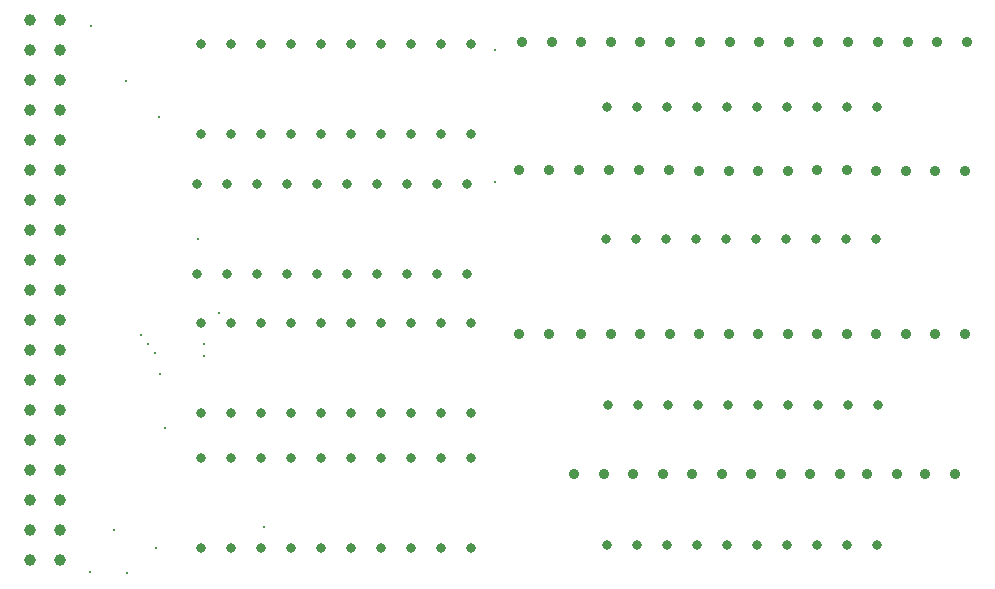
<source format=gbr>
%TF.GenerationSoftware,KiCad,Pcbnew,9.0.2*%
%TF.CreationDate,2025-06-28T21:58:12+01:00*%
%TF.ProjectId,6502ExpBoard,36353032-4578-4704-926f-6172642e6b69,rev?*%
%TF.SameCoordinates,Original*%
%TF.FileFunction,Plated,1,2,PTH,Drill*%
%TF.FilePolarity,Positive*%
%FSLAX46Y46*%
G04 Gerber Fmt 4.6, Leading zero omitted, Abs format (unit mm)*
G04 Created by KiCad (PCBNEW 9.0.2) date 2025-06-28 21:58:12*
%MOMM*%
%LPD*%
G01*
G04 APERTURE LIST*
%TA.AperFunction,ViaDrill*%
%ADD10C,0.300000*%
%TD*%
%TA.AperFunction,ComponentDrill*%
%ADD11C,0.800000*%
%TD*%
%TA.AperFunction,ComponentDrill*%
%ADD12C,0.900000*%
%TD*%
%TA.AperFunction,ComponentDrill*%
%ADD13C,1.000000*%
%TD*%
G04 APERTURE END LIST*
D10*
X80115000Y-78857000D03*
X80242000Y-32629000D03*
X82147000Y-75301000D03*
X83163000Y-37328000D03*
X83290000Y-78984000D03*
X84478000Y-58791000D03*
X85078000Y-59548847D03*
X85678000Y-60315000D03*
X85703000Y-76825000D03*
X85957000Y-40376000D03*
X86079000Y-62093000D03*
X86465000Y-66665000D03*
X89259000Y-50663000D03*
X89767000Y-59553000D03*
X89767000Y-60569000D03*
X91066552Y-56925000D03*
X94847000Y-75047000D03*
X114405000Y-34661000D03*
X114405000Y-45837000D03*
D11*
%TO.C,U2*%
X89220000Y-46000000D03*
X89220000Y-53620000D03*
%TO.C,UPackage_DIP:DIP-20_W7.62mm_Socket1*%
X89513000Y-57775000D03*
X89513000Y-65395000D03*
%TO.C,U4*%
X89513000Y-69205000D03*
X89513000Y-76825000D03*
%TO.C,U1*%
X89570000Y-34190000D03*
X89570000Y-41810000D03*
%TO.C,U2*%
X91760000Y-46000000D03*
X91760000Y-53620000D03*
%TO.C,UPackage_DIP:DIP-20_W7.62mm_Socket1*%
X92053000Y-57775000D03*
X92053000Y-65395000D03*
%TO.C,U4*%
X92053000Y-69205000D03*
X92053000Y-76825000D03*
%TO.C,U1*%
X92110000Y-34190000D03*
X92110000Y-41810000D03*
%TO.C,U2*%
X94300000Y-46000000D03*
X94300000Y-53620000D03*
%TO.C,UPackage_DIP:DIP-20_W7.62mm_Socket1*%
X94593000Y-57775000D03*
X94593000Y-65395000D03*
%TO.C,U4*%
X94593000Y-69205000D03*
X94593000Y-76825000D03*
%TO.C,U1*%
X94650000Y-34190000D03*
X94650000Y-41810000D03*
%TO.C,U2*%
X96840000Y-46000000D03*
X96840000Y-53620000D03*
%TO.C,UPackage_DIP:DIP-20_W7.62mm_Socket1*%
X97133000Y-57775000D03*
X97133000Y-65395000D03*
%TO.C,U4*%
X97133000Y-69205000D03*
X97133000Y-76825000D03*
%TO.C,U1*%
X97190000Y-34190000D03*
X97190000Y-41810000D03*
%TO.C,U2*%
X99380000Y-46000000D03*
X99380000Y-53620000D03*
%TO.C,UPackage_DIP:DIP-20_W7.62mm_Socket1*%
X99673000Y-57775000D03*
X99673000Y-65395000D03*
%TO.C,U4*%
X99673000Y-69205000D03*
X99673000Y-76825000D03*
%TO.C,U1*%
X99730000Y-34190000D03*
X99730000Y-41810000D03*
%TO.C,U2*%
X101920000Y-46000000D03*
X101920000Y-53620000D03*
%TO.C,UPackage_DIP:DIP-20_W7.62mm_Socket1*%
X102213000Y-57775000D03*
X102213000Y-65395000D03*
%TO.C,U4*%
X102213000Y-69205000D03*
X102213000Y-76825000D03*
%TO.C,U1*%
X102270000Y-34190000D03*
X102270000Y-41810000D03*
%TO.C,U2*%
X104460000Y-46000000D03*
X104460000Y-53620000D03*
%TO.C,UPackage_DIP:DIP-20_W7.62mm_Socket1*%
X104753000Y-57775000D03*
X104753000Y-65395000D03*
%TO.C,U4*%
X104753000Y-69205000D03*
X104753000Y-76825000D03*
%TO.C,U1*%
X104810000Y-34190000D03*
X104810000Y-41810000D03*
%TO.C,U2*%
X107000000Y-46000000D03*
X107000000Y-53620000D03*
%TO.C,UPackage_DIP:DIP-20_W7.62mm_Socket1*%
X107293000Y-57775000D03*
X107293000Y-65395000D03*
%TO.C,U4*%
X107293000Y-69205000D03*
X107293000Y-76825000D03*
%TO.C,U1*%
X107350000Y-34190000D03*
X107350000Y-41810000D03*
%TO.C,U2*%
X109540000Y-46000000D03*
X109540000Y-53620000D03*
%TO.C,UPackage_DIP:DIP-20_W7.62mm_Socket1*%
X109833000Y-57775000D03*
X109833000Y-65395000D03*
%TO.C,U4*%
X109833000Y-69205000D03*
X109833000Y-76825000D03*
%TO.C,U1*%
X109890000Y-34190000D03*
X109890000Y-41810000D03*
%TO.C,U2*%
X112080000Y-46000000D03*
X112080000Y-53620000D03*
%TO.C,UPackage_DIP:DIP-20_W7.62mm_Socket1*%
X112373000Y-57775000D03*
X112373000Y-65395000D03*
%TO.C,U4*%
X112373000Y-69205000D03*
X112373000Y-76825000D03*
%TO.C,U1*%
X112430000Y-34190000D03*
X112430000Y-41810000D03*
%TO.C,RN3*%
X123795000Y-50675000D03*
%TO.C,RN1*%
X123910000Y-76625000D03*
%TO.C,RN2*%
X123935000Y-39500000D03*
%TO.C,RN4*%
X124020000Y-64725000D03*
%TO.C,RN3*%
X126335000Y-50675000D03*
%TO.C,RN1*%
X126450000Y-76625000D03*
%TO.C,RN2*%
X126475000Y-39500000D03*
%TO.C,RN4*%
X126560000Y-64725000D03*
%TO.C,RN3*%
X128875000Y-50675000D03*
%TO.C,RN1*%
X128990000Y-76625000D03*
%TO.C,RN2*%
X129015000Y-39500000D03*
%TO.C,RN4*%
X129100000Y-64725000D03*
%TO.C,RN3*%
X131415000Y-50675000D03*
%TO.C,RN1*%
X131530000Y-76625000D03*
%TO.C,RN2*%
X131555000Y-39500000D03*
%TO.C,RN4*%
X131640000Y-64725000D03*
%TO.C,RN3*%
X133955000Y-50675000D03*
%TO.C,RN1*%
X134070000Y-76625000D03*
%TO.C,RN2*%
X134095000Y-39500000D03*
%TO.C,RN4*%
X134180000Y-64725000D03*
%TO.C,RN3*%
X136495000Y-50675000D03*
%TO.C,RN1*%
X136610000Y-76625000D03*
%TO.C,RN2*%
X136635000Y-39500000D03*
%TO.C,RN4*%
X136720000Y-64725000D03*
%TO.C,RN3*%
X139035000Y-50675000D03*
%TO.C,RN1*%
X139150000Y-76625000D03*
%TO.C,RN2*%
X139175000Y-39500000D03*
%TO.C,RN4*%
X139260000Y-64725000D03*
%TO.C,RN3*%
X141575000Y-50675000D03*
%TO.C,RN1*%
X141690000Y-76625000D03*
%TO.C,RN2*%
X141715000Y-39500000D03*
%TO.C,RN4*%
X141800000Y-64725000D03*
%TO.C,RN3*%
X144115000Y-50675000D03*
%TO.C,RN1*%
X144230000Y-76625000D03*
%TO.C,RN2*%
X144255000Y-39500000D03*
%TO.C,RN4*%
X144340000Y-64725000D03*
%TO.C,RN3*%
X146655000Y-50675000D03*
%TO.C,RN1*%
X146770000Y-76625000D03*
%TO.C,RN2*%
X146795000Y-39500000D03*
%TO.C,RN4*%
X146880000Y-64725000D03*
D12*
%TO.C,D17*%
X116450000Y-44875000D03*
%TO.C,D25*%
X116455000Y-58700000D03*
%TO.C,D9*%
X116730000Y-34000000D03*
%TO.C,D17*%
X118990000Y-44875000D03*
%TO.C,D25*%
X118995000Y-58700000D03*
%TO.C,D9*%
X119270000Y-34000000D03*
%TO.C,D1*%
X121120000Y-70575000D03*
%TO.C,D18*%
X121525000Y-44875000D03*
%TO.C,D26*%
X121685000Y-58700000D03*
%TO.C,D10*%
X121750000Y-34000000D03*
%TO.C,D1*%
X123660000Y-70575000D03*
%TO.C,D18*%
X124065000Y-44875000D03*
%TO.C,D26*%
X124225000Y-58700000D03*
%TO.C,D10*%
X124290000Y-34000000D03*
%TO.C,D2*%
X126120000Y-70575000D03*
%TO.C,D19*%
X126625000Y-44875000D03*
%TO.C,D27*%
X126685000Y-58700000D03*
%TO.C,D11*%
X126750000Y-34000000D03*
%TO.C,D2*%
X128660000Y-70575000D03*
%TO.C,D19*%
X129165000Y-44875000D03*
%TO.C,D27*%
X129225000Y-58700000D03*
%TO.C,D11*%
X129290000Y-34000000D03*
%TO.C,D3*%
X131120000Y-70575000D03*
%TO.C,D20*%
X131675000Y-44900000D03*
%TO.C,D28*%
X131685000Y-58700000D03*
%TO.C,D12*%
X131775000Y-34000000D03*
%TO.C,D3*%
X133660000Y-70575000D03*
%TO.C,D20*%
X134215000Y-44900000D03*
%TO.C,D28*%
X134225000Y-58700000D03*
%TO.C,D12*%
X134315000Y-34000000D03*
%TO.C,D4*%
X136120000Y-70575000D03*
%TO.C,D21*%
X136680000Y-44900000D03*
%TO.C,D29*%
X136685000Y-58700000D03*
%TO.C,D13*%
X136800000Y-34050000D03*
%TO.C,D4*%
X138660000Y-70575000D03*
%TO.C,D21*%
X139220000Y-44900000D03*
%TO.C,D29*%
X139225000Y-58700000D03*
%TO.C,D13*%
X139340000Y-34050000D03*
%TO.C,D5*%
X141100000Y-70575000D03*
%TO.C,D30*%
X141685000Y-58700000D03*
%TO.C,D22*%
X141700000Y-44875000D03*
%TO.C,D14*%
X141800000Y-34050000D03*
%TO.C,D5*%
X143640000Y-70575000D03*
%TO.C,D30*%
X144225000Y-58700000D03*
%TO.C,D22*%
X144240000Y-44875000D03*
%TO.C,D14*%
X144340000Y-34050000D03*
%TO.C,D6*%
X145950000Y-70575000D03*
%TO.C,D31*%
X146685000Y-58700000D03*
%TO.C,D23*%
X146705000Y-44900000D03*
%TO.C,D15*%
X146825000Y-34050000D03*
%TO.C,D6*%
X148490000Y-70575000D03*
%TO.C,D31*%
X149225000Y-58700000D03*
%TO.C,D23*%
X149245000Y-44900000D03*
%TO.C,D15*%
X149365000Y-34050000D03*
%TO.C,D7*%
X150850000Y-70575000D03*
%TO.C,D32*%
X151685000Y-58700000D03*
%TO.C,D24*%
X151725000Y-44900000D03*
%TO.C,D16*%
X151825000Y-34025000D03*
%TO.C,D7*%
X153390000Y-70575000D03*
%TO.C,D32*%
X154225000Y-58700000D03*
%TO.C,D24*%
X154265000Y-44900000D03*
%TO.C,D16*%
X154365000Y-34025000D03*
D13*
%TO.C,J2*%
X75035000Y-32121000D03*
X75035000Y-34661000D03*
X75035000Y-37201000D03*
X75035000Y-39741000D03*
X75035000Y-42281000D03*
X75035000Y-44821000D03*
X75035000Y-47361000D03*
X75035000Y-49901000D03*
X75035000Y-52441000D03*
X75035000Y-54981000D03*
X75035000Y-57521000D03*
X75035000Y-60061000D03*
X75035000Y-62601000D03*
X75035000Y-65141000D03*
X75035000Y-67681000D03*
X75035000Y-70221000D03*
X75035000Y-72761000D03*
X75035000Y-75301000D03*
X75035000Y-77841000D03*
X77575000Y-32121000D03*
X77575000Y-34661000D03*
X77575000Y-37201000D03*
X77575000Y-39741000D03*
X77575000Y-42281000D03*
X77575000Y-44821000D03*
X77575000Y-47361000D03*
X77575000Y-49901000D03*
X77575000Y-52441000D03*
X77575000Y-54981000D03*
X77575000Y-57521000D03*
X77575000Y-60061000D03*
X77575000Y-62601000D03*
X77575000Y-65141000D03*
X77575000Y-67681000D03*
X77575000Y-70221000D03*
X77575000Y-72761000D03*
X77575000Y-75301000D03*
X77575000Y-77841000D03*
M02*

</source>
